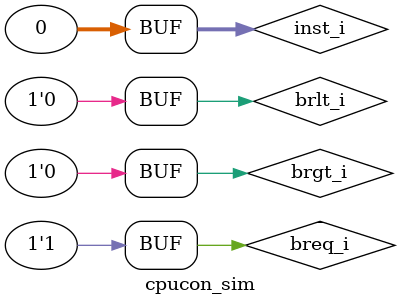
<source format=v>
module cpucon_sim();
// module controller(
//     input[31:0] inst_i,
//     input breq_i,
//     input brgt_i,
//     input brlt_i,
//     output wire pcsel_o,
//     output wire regwen_o,
//     output wire[1:0]wbsel_o,
//     output wire[2:0]sext_o,
//     output wire[3:0]aluop_o,
//     output wire asel_o,
//     output wire bsel_o,
//     output wire memrw_o
// );

wire[31:0] inst_i;
wire breq_i;
wire brgt_i;
wire brlt_i;
wire pcsel_o;
wire regwen_o;
wire[1:0] wbsel_o;
wire[2:0] sext_o;
wire[3:0] aluop_o;
wire asel_o;
wire bsel_o;
wire memrw_o;

assign inst_i=0;
assign breq_i=1;
assign brgt_i=0;
assign brlt_i=0;


controller cpucon_sim_controller(
    .inst_i(inst_i),
    .breq_i(breq_i),
    .brgt_i(brgt_i),
    .brlt_i(brlt_i),
    .pcsel_o(pcsel_o),
    .regwen_o(regwen_o),
    .wbsel_o(wbsel_o),
    .sext_o(sext_o),
    .aluop_o(aluop_o),
    .asel_o(asel_o),
    .bsel_o(bsel_o),
    .memrw_o(memrw_o)
);



endmodule
</source>
